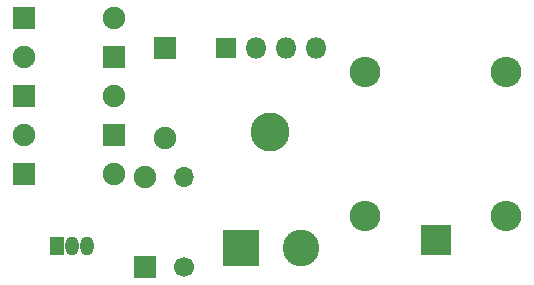
<source format=gbr>
%TF.GenerationSoftware,KiCad,Pcbnew,(5.1.6)-1*%
%TF.CreationDate,2021-01-10T14:46:50+01:00*%
%TF.ProjectId,shutOffRelay,73687574-4f66-4665-9265-6c61792e6b69,rev?*%
%TF.SameCoordinates,Original*%
%TF.FileFunction,Soldermask,Bot*%
%TF.FilePolarity,Negative*%
%FSLAX46Y46*%
G04 Gerber Fmt 4.6, Leading zero omitted, Abs format (unit mm)*
G04 Created by KiCad (PCBNEW (5.1.6)-1) date 2021-01-10 14:46:50*
%MOMM*%
%LPD*%
G01*
G04 APERTURE LIST*
%ADD10C,3.300000*%
%ADD11R,1.900000X1.900000*%
%ADD12O,1.900000X1.900000*%
%ADD13R,1.800000X1.800000*%
%ADD14O,1.800000X1.800000*%
%ADD15R,3.100000X3.100000*%
%ADD16C,3.100000*%
%ADD17R,2.600000X2.600000*%
%ADD18O,2.600000X2.600000*%
%ADD19O,1.150000X1.600000*%
%ADD20R,1.150000X1.600000*%
%ADD21C,1.700000*%
%ADD22O,1.700000X1.700000*%
G04 APERTURE END LIST*
D10*
%TO.C,REF\u002A\u002A*%
X122428000Y-111252000D03*
%TD*%
D11*
%TO.C,D1*%
X111810800Y-122682000D03*
D12*
X111810800Y-115062000D03*
%TD*%
D11*
%TO.C,D2*%
X101600000Y-101600000D03*
D12*
X109220000Y-101600000D03*
%TD*%
%TO.C,D3*%
X101600000Y-104902000D03*
D11*
X109220000Y-104902000D03*
%TD*%
%TO.C,D4*%
X101600000Y-108204000D03*
D12*
X109220000Y-108204000D03*
%TD*%
%TO.C,D5*%
X101600000Y-111506000D03*
D11*
X109220000Y-111506000D03*
%TD*%
%TO.C,D6*%
X101600000Y-114808000D03*
D12*
X109220000Y-114808000D03*
%TD*%
%TO.C,D7*%
X113538000Y-111760000D03*
D11*
X113538000Y-104140000D03*
%TD*%
D13*
%TO.C,J1*%
X118670000Y-104100000D03*
D14*
X121210000Y-104100000D03*
X123750000Y-104100000D03*
X126290000Y-104100000D03*
%TD*%
D15*
%TO.C,J2*%
X119970000Y-121100000D03*
D16*
X125050000Y-121100000D03*
%TD*%
D17*
%TO.C,K1*%
X136450000Y-120400000D03*
D18*
X142450000Y-118400000D03*
X142450000Y-106200000D03*
X130450000Y-106200000D03*
X130450000Y-118400000D03*
%TD*%
D19*
%TO.C,Q1*%
X105664000Y-120904000D03*
X106934000Y-120904000D03*
D20*
X104394000Y-120904000D03*
%TD*%
D21*
%TO.C,R1*%
X115112800Y-122682000D03*
D22*
X115112800Y-115062000D03*
%TD*%
M02*

</source>
